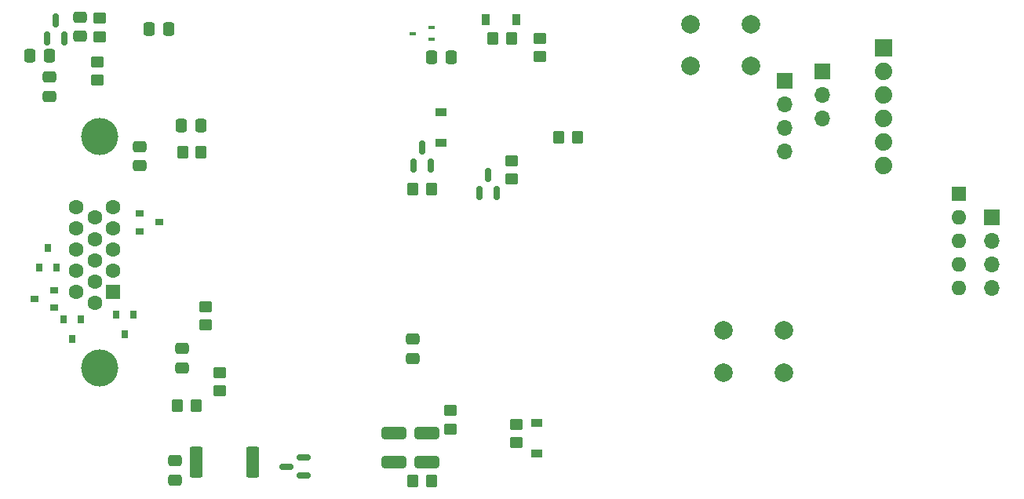
<source format=gbr>
%TF.GenerationSoftware,KiCad,Pcbnew,6.0.2+dfsg-1*%
%TF.CreationDate,2023-01-06T14:58:21-05:00*%
%TF.ProjectId,qwiic-obd,71776969-632d-46f6-9264-2e6b69636164,rev?*%
%TF.SameCoordinates,Original*%
%TF.FileFunction,Soldermask,Bot*%
%TF.FilePolarity,Negative*%
%FSLAX46Y46*%
G04 Gerber Fmt 4.6, Leading zero omitted, Abs format (unit mm)*
G04 Created by KiCad (PCBNEW 6.0.2+dfsg-1) date 2023-01-06 14:58:21*
%MOMM*%
%LPD*%
G01*
G04 APERTURE LIST*
G04 Aperture macros list*
%AMRoundRect*
0 Rectangle with rounded corners*
0 $1 Rounding radius*
0 $2 $3 $4 $5 $6 $7 $8 $9 X,Y pos of 4 corners*
0 Add a 4 corners polygon primitive as box body*
4,1,4,$2,$3,$4,$5,$6,$7,$8,$9,$2,$3,0*
0 Add four circle primitives for the rounded corners*
1,1,$1+$1,$2,$3*
1,1,$1+$1,$4,$5*
1,1,$1+$1,$6,$7*
1,1,$1+$1,$8,$9*
0 Add four rect primitives between the rounded corners*
20,1,$1+$1,$2,$3,$4,$5,0*
20,1,$1+$1,$4,$5,$6,$7,0*
20,1,$1+$1,$6,$7,$8,$9,0*
20,1,$1+$1,$8,$9,$2,$3,0*%
G04 Aperture macros list end*
%ADD10R,0.797560X0.899160*%
%ADD11R,0.899160X0.797560*%
%ADD12C,4.000000*%
%ADD13R,1.600000X1.600000*%
%ADD14C,1.600000*%
%ADD15R,1.700000X1.700000*%
%ADD16O,1.700000X1.700000*%
%ADD17C,2.000000*%
%ADD18RoundRect,0.250000X0.475000X-0.337500X0.475000X0.337500X-0.475000X0.337500X-0.475000X-0.337500X0*%
%ADD19O,1.600000X1.600000*%
%ADD20RoundRect,0.250000X-0.450000X0.350000X-0.450000X-0.350000X0.450000X-0.350000X0.450000X0.350000X0*%
%ADD21RoundRect,0.250000X-0.350000X-0.450000X0.350000X-0.450000X0.350000X0.450000X-0.350000X0.450000X0*%
%ADD22R,1.879600X1.879600*%
%ADD23C,1.879600*%
%ADD24RoundRect,0.250000X-0.337500X-0.475000X0.337500X-0.475000X0.337500X0.475000X-0.337500X0.475000X0*%
%ADD25RoundRect,0.250000X-0.475000X0.337500X-0.475000X-0.337500X0.475000X-0.337500X0.475000X0.337500X0*%
%ADD26RoundRect,0.250000X0.450000X-0.350000X0.450000X0.350000X-0.450000X0.350000X-0.450000X-0.350000X0*%
%ADD27RoundRect,0.150000X0.150000X-0.587500X0.150000X0.587500X-0.150000X0.587500X-0.150000X-0.587500X0*%
%ADD28RoundRect,0.150000X0.587500X0.150000X-0.587500X0.150000X-0.587500X-0.150000X0.587500X-0.150000X0*%
%ADD29RoundRect,0.250000X0.337500X0.475000X-0.337500X0.475000X-0.337500X-0.475000X0.337500X-0.475000X0*%
%ADD30RoundRect,0.250000X0.350000X0.450000X-0.350000X0.450000X-0.350000X-0.450000X0.350000X-0.450000X0*%
%ADD31R,0.900000X1.200000*%
%ADD32R,0.700000X0.450000*%
%ADD33R,1.200000X0.900000*%
%ADD34RoundRect,0.250000X1.075000X-0.400000X1.075000X0.400000X-1.075000X0.400000X-1.075000X-0.400000X0*%
%ADD35RoundRect,0.249999X-0.450001X-1.425001X0.450001X-1.425001X0.450001X1.425001X-0.450001X1.425001X0*%
G04 APERTURE END LIST*
D10*
%TO.C,D102*%
X113979960Y-99931220D03*
X112080040Y-99931220D03*
X113030000Y-97833180D03*
%TD*%
D11*
%TO.C,D101*%
X113665000Y-102362000D03*
X113665000Y-104261920D03*
X111566960Y-103311960D03*
%TD*%
D12*
%TO.C,J102*%
X118633342Y-110765651D03*
X118633342Y-85765651D03*
D13*
X120053342Y-102580651D03*
D14*
X120053342Y-100290651D03*
X120053342Y-98000651D03*
X120053342Y-95710651D03*
X120053342Y-93420651D03*
X118073342Y-103725651D03*
X118073342Y-101435651D03*
X118073342Y-99145651D03*
X118073342Y-96855651D03*
X118073342Y-94565651D03*
X116093342Y-102580651D03*
X116093342Y-100290651D03*
X116093342Y-98000651D03*
X116093342Y-95710651D03*
X116093342Y-93420651D03*
%TD*%
D15*
%TO.C,JP601*%
X196596000Y-78740000D03*
D16*
X196596000Y-81280000D03*
X196596000Y-83820000D03*
%TD*%
D17*
%TO.C,SW401*%
X188872000Y-73660000D03*
X182372000Y-73660000D03*
X188872000Y-78160000D03*
X182372000Y-78160000D03*
%TD*%
D15*
%TO.C,J602*%
X192532000Y-79756000D03*
D16*
X192532000Y-82296000D03*
X192532000Y-84836000D03*
X192532000Y-87376000D03*
%TD*%
D15*
%TO.C,J401*%
X214884000Y-94508000D03*
D16*
X214884000Y-97048000D03*
X214884000Y-99588000D03*
X214884000Y-102128000D03*
%TD*%
D18*
%TO.C,C301*%
X126746000Y-122852000D03*
X126746000Y-120777000D03*
%TD*%
D13*
%TO.C,RN403*%
X211328000Y-91948000D03*
D19*
X211328000Y-94488000D03*
X211328000Y-97028000D03*
X211328000Y-99568000D03*
X211328000Y-102108000D03*
%TD*%
D20*
%TO.C,R504*%
X118364000Y-77740000D03*
X118364000Y-79740000D03*
%TD*%
D17*
%TO.C,SW402*%
X192405000Y-111252000D03*
X185905000Y-111252000D03*
X192405000Y-106752000D03*
X185905000Y-106752000D03*
%TD*%
D21*
%TO.C,R502*%
X127540000Y-87527494D03*
X129540000Y-87527494D03*
%TD*%
D22*
%TO.C,J601*%
X203200000Y-76200000D03*
D23*
X203200000Y-78740000D03*
X203200000Y-81280000D03*
X203200000Y-83820000D03*
X203200000Y-86360000D03*
X203200000Y-88900000D03*
%TD*%
D24*
%TO.C,C505*%
X127442559Y-84640565D03*
X129517559Y-84640565D03*
%TD*%
D25*
%TO.C,C512*%
X113157000Y-79375000D03*
X113157000Y-81450000D03*
%TD*%
D26*
%TO.C,R202*%
X131572000Y-113268000D03*
X131572000Y-111268000D03*
%TD*%
D27*
%TO.C,Q504*%
X114808000Y-75184000D03*
X112908000Y-75184000D03*
X113858000Y-73309000D03*
%TD*%
%TO.C,Q609*%
X161478000Y-91869500D03*
X159578000Y-91869500D03*
X160528000Y-89994500D03*
%TD*%
D10*
%TO.C,D103*%
X120335040Y-105046780D03*
X122234960Y-105046780D03*
X121285000Y-107144820D03*
%TD*%
D28*
%TO.C,Q301*%
X140637500Y-120462000D03*
X140637500Y-122362000D03*
X138762500Y-121412000D03*
%TD*%
D18*
%TO.C,C302*%
X127508000Y-110765500D03*
X127508000Y-108690500D03*
%TD*%
D21*
%TO.C,R706*%
X152416000Y-122936000D03*
X154416000Y-122936000D03*
%TD*%
D29*
%TO.C,C506*%
X126005500Y-74168000D03*
X123930500Y-74168000D03*
%TD*%
D20*
%TO.C,R204*%
X130048000Y-104156000D03*
X130048000Y-106156000D03*
%TD*%
D30*
%TO.C,R206*%
X129016000Y-114808000D03*
X127016000Y-114808000D03*
%TD*%
D10*
%TO.C,D104*%
X114686080Y-105537000D03*
X116586000Y-105537000D03*
X115636040Y-107635040D03*
%TD*%
D30*
%TO.C,R617*%
X163052000Y-75184000D03*
X161052000Y-75184000D03*
%TD*%
D31*
%TO.C,D604*%
X160276000Y-73152000D03*
X163576000Y-73152000D03*
%TD*%
D26*
%TO.C,R614*%
X166116000Y-77200000D03*
X166116000Y-75200000D03*
%TD*%
D11*
%TO.C,D105*%
X122936000Y-96012000D03*
X122936000Y-94112080D03*
X125034040Y-95062040D03*
%TD*%
D24*
%TO.C,C604*%
X154410500Y-77216000D03*
X156485500Y-77216000D03*
%TD*%
D32*
%TO.C,D605*%
X154416000Y-74026000D03*
X154416000Y-75326000D03*
X152416000Y-74676000D03*
%TD*%
D21*
%TO.C,R601*%
X152416000Y-91440000D03*
X154416000Y-91440000D03*
%TD*%
D33*
%TO.C,D701*%
X165762984Y-116718122D03*
X165762984Y-120018122D03*
%TD*%
D20*
%TO.C,R505*%
X118618000Y-73025000D03*
X118618000Y-75025000D03*
%TD*%
D34*
%TO.C,R702*%
X153924000Y-120930000D03*
X153924000Y-117830000D03*
%TD*%
D18*
%TO.C,C801*%
X152400000Y-109749500D03*
X152400000Y-107674500D03*
%TD*%
D35*
%TO.C,R303*%
X129030000Y-120904000D03*
X135130000Y-120904000D03*
%TD*%
D20*
%TO.C,R616*%
X163068000Y-88408000D03*
X163068000Y-90408000D03*
%TD*%
D33*
%TO.C,D601*%
X155448000Y-83186000D03*
X155448000Y-86486000D03*
%TD*%
D29*
%TO.C,C507*%
X113139000Y-77057500D03*
X111064000Y-77057500D03*
%TD*%
D20*
%TO.C,R701*%
X156464000Y-115348000D03*
X156464000Y-117348000D03*
%TD*%
D34*
%TO.C,R703*%
X150368000Y-120930000D03*
X150368000Y-117830000D03*
%TD*%
D21*
%TO.C,R609*%
X168164000Y-85852000D03*
X170164000Y-85852000D03*
%TD*%
D26*
%TO.C,R704*%
X163576000Y-118856000D03*
X163576000Y-116856000D03*
%TD*%
D25*
%TO.C,C511*%
X116459000Y-72898000D03*
X116459000Y-74973000D03*
%TD*%
D18*
%TO.C,C503*%
X122936000Y-88943000D03*
X122936000Y-86868000D03*
%TD*%
D27*
%TO.C,Q601*%
X154366000Y-88900000D03*
X152466000Y-88900000D03*
X153416000Y-87025000D03*
%TD*%
M02*

</source>
